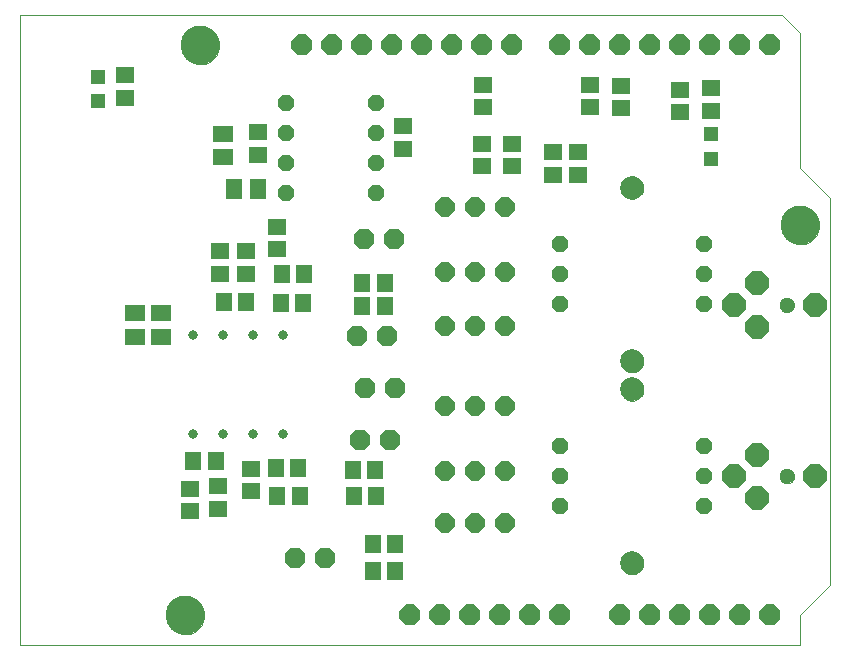
<source format=gts>
G75*
%MOIN*%
%OFA0B0*%
%FSLAX24Y24*%
%IPPOS*%
%LPD*%
%AMOC8*
5,1,8,0,0,1.08239X$1,22.5*
%
%ADD10OC8,0.0670*%
%ADD11C,0.0320*%
%ADD12OC8,0.0640*%
%ADD13R,0.0631X0.0552*%
%ADD14R,0.0552X0.0631*%
%ADD15OC8,0.0552*%
%ADD16C,0.0000*%
%ADD17C,0.0788*%
%ADD18OC8,0.0700*%
%ADD19C,0.1300*%
%ADD20OC8,0.0560*%
%ADD21OC8,0.0800*%
%ADD22C,0.0512*%
%ADD23R,0.0670X0.0552*%
%ADD24R,0.0512X0.0512*%
%ADD25R,0.0552X0.0670*%
D10*
X011846Y003413D03*
X012846Y003413D03*
X014011Y007350D03*
X015011Y007350D03*
X015208Y009083D03*
X014208Y009083D03*
X013932Y010815D03*
X014932Y010815D03*
X015169Y014043D03*
X014169Y014043D03*
D11*
X011444Y010851D03*
X010444Y010851D03*
X009444Y010851D03*
X008444Y010851D03*
X008444Y007551D03*
X009444Y007551D03*
X010444Y007551D03*
X011444Y007551D03*
D12*
X016857Y008469D03*
X017857Y008469D03*
X018857Y008469D03*
X018857Y006311D03*
X017857Y006311D03*
X016857Y006311D03*
X016857Y004571D03*
X017857Y004571D03*
X018857Y004571D03*
X018857Y011146D03*
X017857Y011146D03*
X016857Y011146D03*
X016857Y012925D03*
X017857Y012925D03*
X018857Y012925D03*
X018857Y015122D03*
X017857Y015122D03*
X016857Y015122D03*
D13*
X018094Y016465D03*
X018094Y017213D03*
X019078Y017213D03*
X019078Y016465D03*
X020456Y016189D03*
X021283Y016189D03*
X021283Y016937D03*
X020456Y016937D03*
X021676Y018433D03*
X021676Y019181D03*
X022739Y019142D03*
X022739Y018394D03*
X024708Y018276D03*
X025731Y018315D03*
X025731Y019063D03*
X024708Y019024D03*
X018133Y019181D03*
X018133Y018433D03*
X015456Y017803D03*
X015456Y017055D03*
X011243Y014457D03*
X011243Y013709D03*
X010220Y013630D03*
X010220Y012882D03*
X009354Y012882D03*
X009354Y013630D03*
X010613Y016858D03*
X010613Y017606D03*
X006204Y018748D03*
X006204Y019496D03*
X010377Y006386D03*
X009275Y005795D03*
X009275Y005047D03*
X008369Y004969D03*
X008369Y005717D03*
X010377Y005638D03*
D14*
X011263Y005461D03*
X012011Y005461D03*
X011972Y006406D03*
X011224Y006406D03*
X009216Y006642D03*
X008468Y006642D03*
X013783Y006327D03*
X014531Y006327D03*
X014570Y005461D03*
X013822Y005461D03*
X014452Y003886D03*
X015200Y003886D03*
X015200Y002980D03*
X014452Y002980D03*
X014098Y011799D03*
X014846Y011799D03*
X014846Y012587D03*
X014098Y012587D03*
X012169Y012862D03*
X011420Y012862D03*
X011381Y011917D03*
X012129Y011917D03*
X010239Y011957D03*
X009491Y011957D03*
D15*
X020694Y011862D03*
X020705Y012862D03*
X020694Y013862D03*
X025494Y013862D03*
X025494Y012862D03*
X025494Y011862D03*
X025494Y007130D03*
X025494Y006130D03*
X025494Y005130D03*
X020694Y005130D03*
X020705Y006130D03*
X020694Y007130D03*
D16*
X002700Y000500D02*
X002700Y021500D01*
X028100Y021500D01*
X028700Y020900D01*
X028700Y016400D01*
X029700Y015400D01*
X029700Y002500D01*
X028700Y001500D01*
X028700Y000500D01*
X002700Y000500D01*
X007570Y001500D02*
X007572Y001550D01*
X007578Y001600D01*
X007588Y001649D01*
X007602Y001697D01*
X007619Y001744D01*
X007640Y001789D01*
X007665Y001833D01*
X007693Y001874D01*
X007725Y001913D01*
X007759Y001950D01*
X007796Y001984D01*
X007836Y002014D01*
X007878Y002041D01*
X007922Y002065D01*
X007968Y002086D01*
X008015Y002102D01*
X008063Y002115D01*
X008113Y002124D01*
X008162Y002129D01*
X008213Y002130D01*
X008263Y002127D01*
X008312Y002120D01*
X008361Y002109D01*
X008409Y002094D01*
X008455Y002076D01*
X008500Y002054D01*
X008543Y002028D01*
X008584Y001999D01*
X008623Y001967D01*
X008659Y001932D01*
X008691Y001894D01*
X008721Y001854D01*
X008748Y001811D01*
X008771Y001767D01*
X008790Y001721D01*
X008806Y001673D01*
X008818Y001624D01*
X008826Y001575D01*
X008830Y001525D01*
X008830Y001475D01*
X008826Y001425D01*
X008818Y001376D01*
X008806Y001327D01*
X008790Y001279D01*
X008771Y001233D01*
X008748Y001189D01*
X008721Y001146D01*
X008691Y001106D01*
X008659Y001068D01*
X008623Y001033D01*
X008584Y001001D01*
X008543Y000972D01*
X008500Y000946D01*
X008455Y000924D01*
X008409Y000906D01*
X008361Y000891D01*
X008312Y000880D01*
X008263Y000873D01*
X008213Y000870D01*
X008162Y000871D01*
X008113Y000876D01*
X008063Y000885D01*
X008015Y000898D01*
X007968Y000914D01*
X007922Y000935D01*
X007878Y000959D01*
X007836Y000986D01*
X007796Y001016D01*
X007759Y001050D01*
X007725Y001087D01*
X007693Y001126D01*
X007665Y001167D01*
X007640Y001211D01*
X007619Y001256D01*
X007602Y001303D01*
X007588Y001351D01*
X007578Y001400D01*
X007572Y001450D01*
X007570Y001500D01*
X022720Y003235D02*
X022722Y003273D01*
X022728Y003312D01*
X022738Y003349D01*
X022751Y003385D01*
X022769Y003419D01*
X022789Y003452D01*
X022813Y003482D01*
X022840Y003509D01*
X022870Y003534D01*
X022901Y003556D01*
X022935Y003574D01*
X022971Y003588D01*
X023008Y003599D01*
X023046Y003606D01*
X023084Y003609D01*
X023123Y003608D01*
X023161Y003603D01*
X023199Y003594D01*
X023235Y003581D01*
X023270Y003565D01*
X023303Y003545D01*
X023334Y003522D01*
X023362Y003496D01*
X023387Y003467D01*
X023410Y003436D01*
X023429Y003402D01*
X023444Y003367D01*
X023456Y003330D01*
X023464Y003293D01*
X023468Y003254D01*
X023468Y003216D01*
X023464Y003177D01*
X023456Y003140D01*
X023444Y003103D01*
X023429Y003068D01*
X023410Y003034D01*
X023387Y003003D01*
X023362Y002974D01*
X023334Y002948D01*
X023303Y002925D01*
X023270Y002905D01*
X023235Y002889D01*
X023199Y002876D01*
X023161Y002867D01*
X023123Y002862D01*
X023084Y002861D01*
X023046Y002864D01*
X023008Y002871D01*
X022971Y002882D01*
X022935Y002896D01*
X022901Y002914D01*
X022870Y002936D01*
X022840Y002961D01*
X022813Y002988D01*
X022789Y003018D01*
X022769Y003051D01*
X022751Y003085D01*
X022738Y003121D01*
X022728Y003158D01*
X022722Y003197D01*
X022720Y003235D01*
X028015Y006130D02*
X028017Y006160D01*
X028023Y006190D01*
X028032Y006219D01*
X028045Y006246D01*
X028062Y006271D01*
X028081Y006294D01*
X028104Y006315D01*
X028129Y006332D01*
X028155Y006346D01*
X028184Y006356D01*
X028213Y006363D01*
X028243Y006366D01*
X028274Y006365D01*
X028304Y006360D01*
X028333Y006351D01*
X028360Y006339D01*
X028386Y006324D01*
X028410Y006305D01*
X028431Y006283D01*
X028449Y006259D01*
X028464Y006232D01*
X028475Y006204D01*
X028483Y006175D01*
X028487Y006145D01*
X028487Y006115D01*
X028483Y006085D01*
X028475Y006056D01*
X028464Y006028D01*
X028449Y006001D01*
X028431Y005977D01*
X028410Y005955D01*
X028386Y005936D01*
X028360Y005921D01*
X028333Y005909D01*
X028304Y005900D01*
X028274Y005895D01*
X028243Y005894D01*
X028213Y005897D01*
X028184Y005904D01*
X028155Y005914D01*
X028129Y005928D01*
X028104Y005945D01*
X028081Y005966D01*
X028062Y005989D01*
X028045Y006014D01*
X028032Y006041D01*
X028023Y006070D01*
X028017Y006100D01*
X028015Y006130D01*
X022720Y009025D02*
X022722Y009063D01*
X022728Y009102D01*
X022738Y009139D01*
X022751Y009175D01*
X022769Y009209D01*
X022789Y009242D01*
X022813Y009272D01*
X022840Y009299D01*
X022870Y009324D01*
X022901Y009346D01*
X022935Y009364D01*
X022971Y009378D01*
X023008Y009389D01*
X023046Y009396D01*
X023084Y009399D01*
X023123Y009398D01*
X023161Y009393D01*
X023199Y009384D01*
X023235Y009371D01*
X023270Y009355D01*
X023303Y009335D01*
X023334Y009312D01*
X023362Y009286D01*
X023387Y009257D01*
X023410Y009226D01*
X023429Y009192D01*
X023444Y009157D01*
X023456Y009120D01*
X023464Y009083D01*
X023468Y009044D01*
X023468Y009006D01*
X023464Y008967D01*
X023456Y008930D01*
X023444Y008893D01*
X023429Y008858D01*
X023410Y008824D01*
X023387Y008793D01*
X023362Y008764D01*
X023334Y008738D01*
X023303Y008715D01*
X023270Y008695D01*
X023235Y008679D01*
X023199Y008666D01*
X023161Y008657D01*
X023123Y008652D01*
X023084Y008651D01*
X023046Y008654D01*
X023008Y008661D01*
X022971Y008672D01*
X022935Y008686D01*
X022901Y008704D01*
X022870Y008726D01*
X022840Y008751D01*
X022813Y008778D01*
X022789Y008808D01*
X022769Y008841D01*
X022751Y008875D01*
X022738Y008911D01*
X022728Y008948D01*
X022722Y008987D01*
X022720Y009025D01*
X022720Y009967D02*
X022722Y010005D01*
X022728Y010044D01*
X022738Y010081D01*
X022751Y010117D01*
X022769Y010151D01*
X022789Y010184D01*
X022813Y010214D01*
X022840Y010241D01*
X022870Y010266D01*
X022901Y010288D01*
X022935Y010306D01*
X022971Y010320D01*
X023008Y010331D01*
X023046Y010338D01*
X023084Y010341D01*
X023123Y010340D01*
X023161Y010335D01*
X023199Y010326D01*
X023235Y010313D01*
X023270Y010297D01*
X023303Y010277D01*
X023334Y010254D01*
X023362Y010228D01*
X023387Y010199D01*
X023410Y010168D01*
X023429Y010134D01*
X023444Y010099D01*
X023456Y010062D01*
X023464Y010025D01*
X023468Y009986D01*
X023468Y009948D01*
X023464Y009909D01*
X023456Y009872D01*
X023444Y009835D01*
X023429Y009800D01*
X023410Y009766D01*
X023387Y009735D01*
X023362Y009706D01*
X023334Y009680D01*
X023303Y009657D01*
X023270Y009637D01*
X023235Y009621D01*
X023199Y009608D01*
X023161Y009599D01*
X023123Y009594D01*
X023084Y009593D01*
X023046Y009596D01*
X023008Y009603D01*
X022971Y009614D01*
X022935Y009628D01*
X022901Y009646D01*
X022870Y009668D01*
X022840Y009693D01*
X022813Y009720D01*
X022789Y009750D01*
X022769Y009783D01*
X022751Y009817D01*
X022738Y009853D01*
X022728Y009890D01*
X022722Y009929D01*
X022720Y009967D01*
X028015Y011839D02*
X028017Y011869D01*
X028023Y011899D01*
X028032Y011928D01*
X028045Y011955D01*
X028062Y011980D01*
X028081Y012003D01*
X028104Y012024D01*
X028129Y012041D01*
X028155Y012055D01*
X028184Y012065D01*
X028213Y012072D01*
X028243Y012075D01*
X028274Y012074D01*
X028304Y012069D01*
X028333Y012060D01*
X028360Y012048D01*
X028386Y012033D01*
X028410Y012014D01*
X028431Y011992D01*
X028449Y011968D01*
X028464Y011941D01*
X028475Y011913D01*
X028483Y011884D01*
X028487Y011854D01*
X028487Y011824D01*
X028483Y011794D01*
X028475Y011765D01*
X028464Y011737D01*
X028449Y011710D01*
X028431Y011686D01*
X028410Y011664D01*
X028386Y011645D01*
X028360Y011630D01*
X028333Y011618D01*
X028304Y011609D01*
X028274Y011604D01*
X028243Y011603D01*
X028213Y011606D01*
X028184Y011613D01*
X028155Y011623D01*
X028129Y011637D01*
X028104Y011654D01*
X028081Y011675D01*
X028062Y011698D01*
X028045Y011723D01*
X028032Y011750D01*
X028023Y011779D01*
X028017Y011809D01*
X028015Y011839D01*
X028070Y014500D02*
X028072Y014550D01*
X028078Y014600D01*
X028088Y014649D01*
X028102Y014697D01*
X028119Y014744D01*
X028140Y014789D01*
X028165Y014833D01*
X028193Y014874D01*
X028225Y014913D01*
X028259Y014950D01*
X028296Y014984D01*
X028336Y015014D01*
X028378Y015041D01*
X028422Y015065D01*
X028468Y015086D01*
X028515Y015102D01*
X028563Y015115D01*
X028613Y015124D01*
X028662Y015129D01*
X028713Y015130D01*
X028763Y015127D01*
X028812Y015120D01*
X028861Y015109D01*
X028909Y015094D01*
X028955Y015076D01*
X029000Y015054D01*
X029043Y015028D01*
X029084Y014999D01*
X029123Y014967D01*
X029159Y014932D01*
X029191Y014894D01*
X029221Y014854D01*
X029248Y014811D01*
X029271Y014767D01*
X029290Y014721D01*
X029306Y014673D01*
X029318Y014624D01*
X029326Y014575D01*
X029330Y014525D01*
X029330Y014475D01*
X029326Y014425D01*
X029318Y014376D01*
X029306Y014327D01*
X029290Y014279D01*
X029271Y014233D01*
X029248Y014189D01*
X029221Y014146D01*
X029191Y014106D01*
X029159Y014068D01*
X029123Y014033D01*
X029084Y014001D01*
X029043Y013972D01*
X029000Y013946D01*
X028955Y013924D01*
X028909Y013906D01*
X028861Y013891D01*
X028812Y013880D01*
X028763Y013873D01*
X028713Y013870D01*
X028662Y013871D01*
X028613Y013876D01*
X028563Y013885D01*
X028515Y013898D01*
X028468Y013914D01*
X028422Y013935D01*
X028378Y013959D01*
X028336Y013986D01*
X028296Y014016D01*
X028259Y014050D01*
X028225Y014087D01*
X028193Y014126D01*
X028165Y014167D01*
X028140Y014211D01*
X028119Y014256D01*
X028102Y014303D01*
X028088Y014351D01*
X028078Y014400D01*
X028072Y014450D01*
X028070Y014500D01*
X022720Y015757D02*
X022722Y015795D01*
X022728Y015834D01*
X022738Y015871D01*
X022751Y015907D01*
X022769Y015941D01*
X022789Y015974D01*
X022813Y016004D01*
X022840Y016031D01*
X022870Y016056D01*
X022901Y016078D01*
X022935Y016096D01*
X022971Y016110D01*
X023008Y016121D01*
X023046Y016128D01*
X023084Y016131D01*
X023123Y016130D01*
X023161Y016125D01*
X023199Y016116D01*
X023235Y016103D01*
X023270Y016087D01*
X023303Y016067D01*
X023334Y016044D01*
X023362Y016018D01*
X023387Y015989D01*
X023410Y015958D01*
X023429Y015924D01*
X023444Y015889D01*
X023456Y015852D01*
X023464Y015815D01*
X023468Y015776D01*
X023468Y015738D01*
X023464Y015699D01*
X023456Y015662D01*
X023444Y015625D01*
X023429Y015590D01*
X023410Y015556D01*
X023387Y015525D01*
X023362Y015496D01*
X023334Y015470D01*
X023303Y015447D01*
X023270Y015427D01*
X023235Y015411D01*
X023199Y015398D01*
X023161Y015389D01*
X023123Y015384D01*
X023084Y015383D01*
X023046Y015386D01*
X023008Y015393D01*
X022971Y015404D01*
X022935Y015418D01*
X022901Y015436D01*
X022870Y015458D01*
X022840Y015483D01*
X022813Y015510D01*
X022789Y015540D01*
X022769Y015573D01*
X022751Y015607D01*
X022738Y015643D01*
X022728Y015680D01*
X022722Y015719D01*
X022720Y015757D01*
X008070Y020500D02*
X008072Y020550D01*
X008078Y020600D01*
X008088Y020649D01*
X008102Y020697D01*
X008119Y020744D01*
X008140Y020789D01*
X008165Y020833D01*
X008193Y020874D01*
X008225Y020913D01*
X008259Y020950D01*
X008296Y020984D01*
X008336Y021014D01*
X008378Y021041D01*
X008422Y021065D01*
X008468Y021086D01*
X008515Y021102D01*
X008563Y021115D01*
X008613Y021124D01*
X008662Y021129D01*
X008713Y021130D01*
X008763Y021127D01*
X008812Y021120D01*
X008861Y021109D01*
X008909Y021094D01*
X008955Y021076D01*
X009000Y021054D01*
X009043Y021028D01*
X009084Y020999D01*
X009123Y020967D01*
X009159Y020932D01*
X009191Y020894D01*
X009221Y020854D01*
X009248Y020811D01*
X009271Y020767D01*
X009290Y020721D01*
X009306Y020673D01*
X009318Y020624D01*
X009326Y020575D01*
X009330Y020525D01*
X009330Y020475D01*
X009326Y020425D01*
X009318Y020376D01*
X009306Y020327D01*
X009290Y020279D01*
X009271Y020233D01*
X009248Y020189D01*
X009221Y020146D01*
X009191Y020106D01*
X009159Y020068D01*
X009123Y020033D01*
X009084Y020001D01*
X009043Y019972D01*
X009000Y019946D01*
X008955Y019924D01*
X008909Y019906D01*
X008861Y019891D01*
X008812Y019880D01*
X008763Y019873D01*
X008713Y019870D01*
X008662Y019871D01*
X008613Y019876D01*
X008563Y019885D01*
X008515Y019898D01*
X008468Y019914D01*
X008422Y019935D01*
X008378Y019959D01*
X008336Y019986D01*
X008296Y020016D01*
X008259Y020050D01*
X008225Y020087D01*
X008193Y020126D01*
X008165Y020167D01*
X008140Y020211D01*
X008119Y020256D01*
X008102Y020303D01*
X008088Y020351D01*
X008078Y020400D01*
X008072Y020450D01*
X008070Y020500D01*
D17*
X023094Y015757D03*
X023094Y009967D03*
X023094Y009025D03*
X023094Y003235D03*
D18*
X022700Y001500D03*
X023700Y001500D03*
X024700Y001500D03*
X025700Y001500D03*
X026700Y001500D03*
X027700Y001500D03*
X020700Y001500D03*
X019700Y001500D03*
X018700Y001500D03*
X017700Y001500D03*
X016700Y001500D03*
X015700Y001500D03*
X016100Y020500D03*
X017100Y020500D03*
X018100Y020500D03*
X019100Y020500D03*
X020700Y020500D03*
X021700Y020500D03*
X022700Y020500D03*
X023700Y020500D03*
X024700Y020500D03*
X025700Y020500D03*
X026700Y020500D03*
X027700Y020500D03*
X015100Y020500D03*
X014100Y020500D03*
X013100Y020500D03*
X012100Y020500D03*
D19*
X008700Y020500D03*
X028700Y014500D03*
X008200Y001500D03*
D20*
X011554Y015575D03*
X011554Y016575D03*
X011554Y017575D03*
X011554Y018575D03*
X014554Y018575D03*
X014554Y017575D03*
X014554Y016575D03*
X014554Y015575D03*
D21*
X026480Y011839D03*
X027267Y012567D03*
X029196Y011839D03*
X027267Y011110D03*
X027267Y006858D03*
X026480Y006130D03*
X027267Y005402D03*
X029196Y006130D03*
D22*
X028251Y006130D03*
X028251Y011839D03*
D23*
X009472Y016760D03*
X009472Y017547D03*
X007385Y011563D03*
X006519Y011563D03*
X006519Y010776D03*
X007385Y010776D03*
D24*
X005298Y018630D03*
X005298Y019457D03*
X025731Y017528D03*
X025731Y016701D03*
D25*
X010613Y015697D03*
X009826Y015697D03*
M02*

</source>
